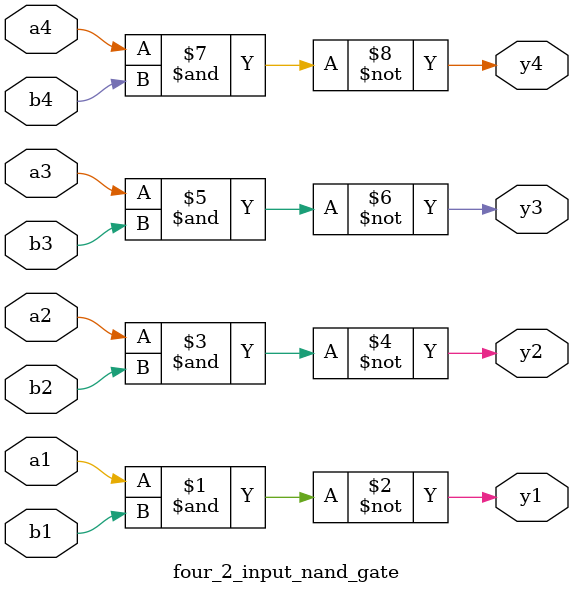
<source format=v>
`timescale 1ns / 1ps

module four_2_input_nand_gate #(parameter DELAY = 10)(
    input wire a1,b1,a2,b2,a3,b3,a4,b4,
    output wire y1,y2,y3,y4
    );
    
    nand #DELAY (y1,a1,b1);
    nand #DELAY (y2,a2,b2);
    nand #DELAY (y3,a3,b3);
    nand #DELAY (y4,a4,b4);
    
endmodule

</source>
